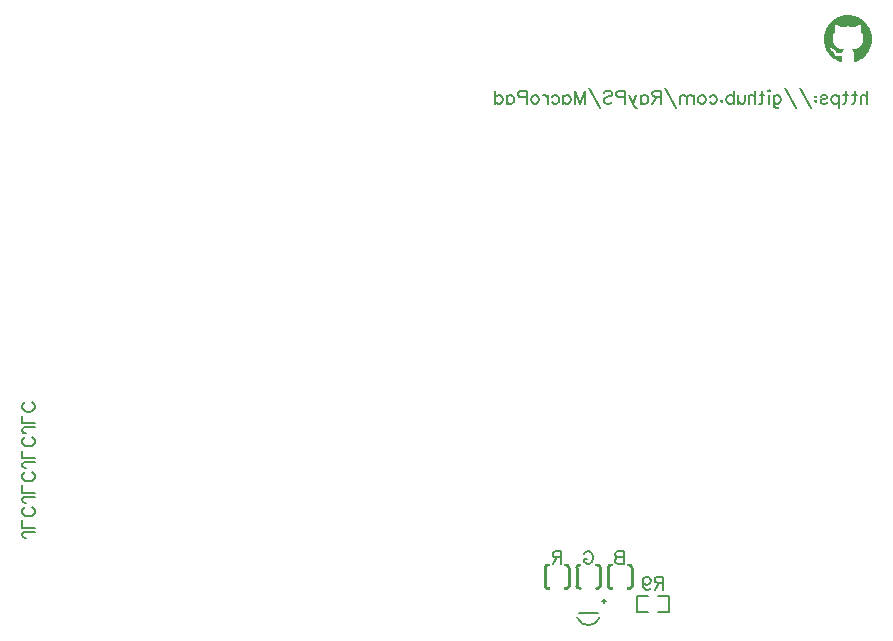
<source format=gbo>
G04 Layer: BottomSilkscreenLayer*
G04 EasyEDA v6.5.1, 2022-03-30 12:51:21*
G04 1b3168c556004a9db489dd156287313a,d03eed67808b488db07f83a96349b93e,10*
G04 Gerber Generator version 0.2*
G04 Scale: 100 percent, Rotated: No, Reflected: No *
G04 Dimensions in inches *
G04 leading zeros omitted , absolute positions ,3 integer and 6 decimal *
%FSLAX36Y36*%
%MOIN*%

%ADD10C,0.0100*%
%ADD39C,0.0060*%
%ADD40C,0.0060*%
%ADD42C,0.0079*%
%ADD43C,0.0059*%

%LPD*%
G36*
X2835000Y-616980D02*
G01*
X2830299Y-617100D01*
X2825659Y-617520D01*
X2821120Y-618180D01*
X2816660Y-619080D01*
X2812280Y-620240D01*
X2808020Y-621640D01*
X2803860Y-623260D01*
X2799820Y-625100D01*
X2795899Y-627160D01*
X2792100Y-629420D01*
X2788460Y-631880D01*
X2784960Y-634540D01*
X2781620Y-637380D01*
X2778420Y-640400D01*
X2775400Y-643580D01*
X2772559Y-646940D01*
X2769920Y-650440D01*
X2767460Y-654080D01*
X2765179Y-657860D01*
X2763120Y-661780D01*
X2761280Y-665819D01*
X2759660Y-669980D01*
X2758260Y-674260D01*
X2757120Y-678620D01*
X2756200Y-683080D01*
X2755539Y-687640D01*
X2755140Y-692280D01*
X2755000Y-696979D01*
X2755140Y-701760D01*
X2755560Y-706480D01*
X2756240Y-711120D01*
X2757180Y-715660D01*
X2758380Y-720100D01*
X2759820Y-724440D01*
X2761500Y-728640D01*
X2763420Y-732740D01*
X2765539Y-736720D01*
X2767880Y-740540D01*
X2770419Y-744220D01*
X2773159Y-747760D01*
X2776100Y-751120D01*
X2779220Y-754320D01*
X2782500Y-757340D01*
X2785960Y-760180D01*
X2789560Y-762820D01*
X2793320Y-765260D01*
X2797220Y-767500D01*
X2801259Y-769520D01*
X2805419Y-771320D01*
X2809700Y-772880D01*
X2812240Y-772880D01*
X2813960Y-772020D01*
X2814900Y-770660D01*
X2815200Y-769080D01*
X2815100Y-754180D01*
X2811500Y-754720D01*
X2808240Y-755020D01*
X2805299Y-755060D01*
X2802640Y-754900D01*
X2800280Y-754539D01*
X2798180Y-754020D01*
X2796320Y-753340D01*
X2794720Y-752540D01*
X2793320Y-751660D01*
X2792120Y-750699D01*
X2791100Y-749700D01*
X2790260Y-748660D01*
X2789000Y-746620D01*
X2787020Y-742300D01*
X2785040Y-738980D01*
X2782580Y-735720D01*
X2780000Y-733480D01*
X2778920Y-732820D01*
X2777860Y-732020D01*
X2776980Y-731160D01*
X2776380Y-730300D01*
X2776240Y-729500D01*
X2776700Y-728840D01*
X2777860Y-728360D01*
X2779900Y-728180D01*
X2782180Y-728400D01*
X2784260Y-729080D01*
X2786160Y-730100D01*
X2787840Y-731340D01*
X2789320Y-732700D01*
X2790539Y-734060D01*
X2794080Y-739080D01*
X2796100Y-741220D01*
X2798240Y-742800D01*
X2800419Y-743920D01*
X2802620Y-744640D01*
X2804820Y-745000D01*
X2806960Y-745060D01*
X2809020Y-744880D01*
X2810940Y-744539D01*
X2812679Y-744060D01*
X2815500Y-742980D01*
X2816259Y-739380D01*
X2817440Y-736420D01*
X2818940Y-734060D01*
X2820600Y-732280D01*
X2816780Y-731760D01*
X2812980Y-731060D01*
X2809240Y-730120D01*
X2805600Y-728920D01*
X2802100Y-727400D01*
X2798800Y-725520D01*
X2797240Y-724440D01*
X2795720Y-723240D01*
X2794280Y-721960D01*
X2792919Y-720540D01*
X2791640Y-719000D01*
X2790440Y-717340D01*
X2789320Y-715560D01*
X2788300Y-713640D01*
X2787380Y-711580D01*
X2786580Y-709360D01*
X2785860Y-707000D01*
X2785280Y-704500D01*
X2784820Y-701820D01*
X2784480Y-698980D01*
X2784280Y-695960D01*
X2784200Y-692780D01*
X2784340Y-689580D01*
X2784760Y-686540D01*
X2785440Y-683620D01*
X2786380Y-680860D01*
X2787559Y-678240D01*
X2788960Y-675780D01*
X2790580Y-673439D01*
X2792400Y-671280D01*
X2791560Y-668660D01*
X2791139Y-666580D01*
X2790860Y-664040D01*
X2790800Y-661080D01*
X2791100Y-657740D01*
X2791860Y-654060D01*
X2793200Y-650080D01*
X2793759Y-649960D01*
X2795500Y-649920D01*
X2796820Y-650020D01*
X2798460Y-650320D01*
X2800419Y-650800D01*
X2802700Y-651580D01*
X2805299Y-652640D01*
X2808260Y-654100D01*
X2811560Y-655939D01*
X2815200Y-658280D01*
X2817620Y-657640D01*
X2822540Y-656620D01*
X2827580Y-655960D01*
X2830100Y-655740D01*
X2835200Y-655580D01*
X2840299Y-655740D01*
X2845340Y-656240D01*
X2847860Y-656620D01*
X2852780Y-657640D01*
X2855200Y-658280D01*
X2858840Y-655920D01*
X2862140Y-654060D01*
X2865100Y-652600D01*
X2867700Y-651520D01*
X2869980Y-650759D01*
X2871940Y-650280D01*
X2873580Y-650000D01*
X2874900Y-649880D01*
X2876640Y-649960D01*
X2877200Y-650080D01*
X2878540Y-654060D01*
X2879300Y-657740D01*
X2879600Y-661080D01*
X2879540Y-664040D01*
X2879260Y-666580D01*
X2878840Y-668660D01*
X2878000Y-671280D01*
X2879820Y-673439D01*
X2881440Y-675759D01*
X2882840Y-678220D01*
X2884020Y-680819D01*
X2884960Y-683580D01*
X2885640Y-686480D01*
X2886060Y-689560D01*
X2886200Y-692780D01*
X2886120Y-695980D01*
X2885920Y-699000D01*
X2885580Y-701840D01*
X2885120Y-704520D01*
X2884520Y-707039D01*
X2883820Y-709400D01*
X2883000Y-711620D01*
X2882080Y-713680D01*
X2881060Y-715600D01*
X2879940Y-717400D01*
X2878740Y-719040D01*
X2877440Y-720580D01*
X2876060Y-722000D01*
X2873120Y-724479D01*
X2871540Y-725560D01*
X2869900Y-726540D01*
X2866500Y-728220D01*
X2862919Y-729580D01*
X2859220Y-730639D01*
X2855419Y-731440D01*
X2849700Y-732280D01*
X2850760Y-733319D01*
X2851760Y-734580D01*
X2852679Y-736080D01*
X2853480Y-737800D01*
X2854160Y-739760D01*
X2854660Y-741940D01*
X2854980Y-744380D01*
X2855100Y-747080D01*
X2855000Y-769080D01*
X2855299Y-770660D01*
X2856259Y-772060D01*
X2857960Y-772920D01*
X2860500Y-772880D01*
X2864760Y-771300D01*
X2868900Y-769520D01*
X2872900Y-767500D01*
X2876780Y-765260D01*
X2880539Y-762800D01*
X2884120Y-760160D01*
X2887559Y-757320D01*
X2890840Y-754300D01*
X2893940Y-751100D01*
X2896860Y-747720D01*
X2899600Y-744180D01*
X2902140Y-740500D01*
X2904480Y-736680D01*
X2906600Y-732700D01*
X2908500Y-728600D01*
X2910179Y-724380D01*
X2911620Y-720060D01*
X2912820Y-715620D01*
X2913759Y-711080D01*
X2914440Y-706460D01*
X2914860Y-701760D01*
X2915000Y-696979D01*
X2914860Y-692280D01*
X2914460Y-687640D01*
X2913800Y-683080D01*
X2912880Y-678620D01*
X2911740Y-674260D01*
X2910340Y-669980D01*
X2908720Y-665819D01*
X2906880Y-661780D01*
X2904820Y-657860D01*
X2902540Y-654080D01*
X2900080Y-650440D01*
X2897440Y-646940D01*
X2894600Y-643580D01*
X2891580Y-640400D01*
X2888380Y-637380D01*
X2885040Y-634540D01*
X2881540Y-631880D01*
X2877900Y-629420D01*
X2874100Y-627160D01*
X2870179Y-625100D01*
X2866139Y-623260D01*
X2861980Y-621640D01*
X2857720Y-620240D01*
X2853340Y-619080D01*
X2848880Y-618180D01*
X2844340Y-617520D01*
X2839700Y-617100D01*
G37*
D40*
X125408Y-2339544D02*
G01*
X92681Y-2339544D01*
X86545Y-2341590D01*
X84499Y-2343636D01*
X82454Y-2347727D01*
X82454Y-2351817D01*
X84499Y-2355909D01*
X86545Y-2357955D01*
X92681Y-2360000D01*
X96772Y-2360000D01*
X125408Y-2326044D02*
G01*
X82454Y-2326044D01*
X82454Y-2326044D02*
G01*
X82454Y-2301500D01*
X115181Y-2257318D02*
G01*
X119272Y-2259364D01*
X123364Y-2263454D01*
X125408Y-2267545D01*
X125408Y-2275727D01*
X123364Y-2279818D01*
X119272Y-2283908D01*
X115181Y-2285954D01*
X109045Y-2288000D01*
X98818Y-2288000D01*
X92681Y-2285954D01*
X88591Y-2283908D01*
X84499Y-2279818D01*
X82454Y-2275727D01*
X82454Y-2267545D01*
X84499Y-2263454D01*
X88591Y-2259364D01*
X92681Y-2257318D01*
X125408Y-2223364D02*
G01*
X92681Y-2223364D01*
X86545Y-2225408D01*
X84499Y-2227455D01*
X82454Y-2231545D01*
X82454Y-2235635D01*
X84499Y-2239726D01*
X86545Y-2241772D01*
X92681Y-2243818D01*
X96772Y-2243818D01*
X125408Y-2209863D02*
G01*
X82454Y-2209863D01*
X82454Y-2209863D02*
G01*
X82454Y-2185318D01*
X115181Y-2141136D02*
G01*
X119272Y-2143182D01*
X123364Y-2147273D01*
X125408Y-2151363D01*
X125408Y-2159544D01*
X123364Y-2163636D01*
X119272Y-2167727D01*
X115181Y-2169773D01*
X109045Y-2171817D01*
X98818Y-2171817D01*
X92681Y-2169773D01*
X88591Y-2167727D01*
X84499Y-2163636D01*
X82454Y-2159544D01*
X82454Y-2151363D01*
X84499Y-2147273D01*
X88591Y-2143182D01*
X92681Y-2141136D01*
X125408Y-2107181D02*
G01*
X92681Y-2107181D01*
X86545Y-2109227D01*
X84499Y-2111273D01*
X82454Y-2115363D01*
X82454Y-2119454D01*
X84499Y-2123544D01*
X86545Y-2125590D01*
X92681Y-2127636D01*
X96772Y-2127636D01*
X125408Y-2093681D02*
G01*
X82454Y-2093681D01*
X82454Y-2093681D02*
G01*
X82454Y-2069135D01*
X115181Y-2024955D02*
G01*
X119272Y-2026999D01*
X123364Y-2031091D01*
X125408Y-2035181D01*
X125408Y-2043364D01*
X123364Y-2047455D01*
X119272Y-2051545D01*
X115181Y-2053591D01*
X109045Y-2055635D01*
X98818Y-2055635D01*
X92681Y-2053591D01*
X88591Y-2051545D01*
X84499Y-2047455D01*
X82454Y-2043364D01*
X82454Y-2035181D01*
X84499Y-2031091D01*
X88591Y-2026999D01*
X92681Y-2024955D01*
X125408Y-1990999D02*
G01*
X92681Y-1990999D01*
X86545Y-1993045D01*
X84499Y-1995091D01*
X82454Y-1999182D01*
X82454Y-2003272D01*
X84499Y-2007363D01*
X86545Y-2009409D01*
X92681Y-2011455D01*
X96772Y-2011455D01*
X125408Y-1977500D02*
G01*
X82454Y-1977500D01*
X82454Y-1977500D02*
G01*
X82454Y-1952955D01*
X115181Y-1908773D02*
G01*
X119272Y-1910817D01*
X123364Y-1914908D01*
X125408Y-1919000D01*
X125408Y-1927181D01*
X123364Y-1931273D01*
X119272Y-1935363D01*
X115181Y-1937408D01*
X109045Y-1939454D01*
X98818Y-1939454D01*
X92681Y-1937408D01*
X88591Y-1935363D01*
X84499Y-1931273D01*
X82454Y-1927181D01*
X82454Y-1919000D01*
X84499Y-1914908D01*
X88591Y-1910817D01*
X92681Y-1908773D01*
D39*
X2900000Y-869600D02*
G01*
X2900000Y-912500D01*
X2900000Y-892100D02*
G01*
X2893900Y-885999D01*
X2889799Y-883899D01*
X2883599Y-883899D01*
X2879499Y-885999D01*
X2877500Y-892100D01*
X2877500Y-912500D01*
X2857899Y-869600D02*
G01*
X2857899Y-904400D01*
X2855799Y-910500D01*
X2851700Y-912500D01*
X2847600Y-912500D01*
X2863999Y-883899D02*
G01*
X2849700Y-883899D01*
X2828000Y-869600D02*
G01*
X2828000Y-904400D01*
X2826000Y-910500D01*
X2821899Y-912500D01*
X2817799Y-912500D01*
X2834099Y-883899D02*
G01*
X2819799Y-883899D01*
X2804300Y-883899D02*
G01*
X2804300Y-926900D01*
X2804300Y-890000D02*
G01*
X2800200Y-885999D01*
X2796099Y-883899D01*
X2790000Y-883899D01*
X2785900Y-885999D01*
X2781800Y-890000D01*
X2779700Y-896199D01*
X2779700Y-900300D01*
X2781800Y-906399D01*
X2785900Y-910500D01*
X2790000Y-912500D01*
X2796099Y-912500D01*
X2800200Y-910500D01*
X2804300Y-906399D01*
X2743699Y-890000D02*
G01*
X2745799Y-885999D01*
X2751899Y-883899D01*
X2758000Y-883899D01*
X2764200Y-885999D01*
X2766199Y-890000D01*
X2764200Y-894099D01*
X2760100Y-896199D01*
X2749899Y-898200D01*
X2745799Y-900300D01*
X2743699Y-904400D01*
X2743699Y-906399D01*
X2745799Y-910500D01*
X2751899Y-912500D01*
X2758000Y-912500D01*
X2764200Y-910500D01*
X2766199Y-906399D01*
X2728199Y-888000D02*
G01*
X2730200Y-890000D01*
X2728199Y-892100D01*
X2726099Y-890000D01*
X2728199Y-888000D01*
X2728199Y-902300D02*
G01*
X2730200Y-904400D01*
X2728199Y-906399D01*
X2726099Y-904400D01*
X2728199Y-902300D01*
X2675799Y-861399D02*
G01*
X2712600Y-926900D01*
X2625500Y-861399D02*
G01*
X2662299Y-926900D01*
X2587500Y-883899D02*
G01*
X2587500Y-916599D01*
X2589499Y-922800D01*
X2591499Y-924800D01*
X2595600Y-926900D01*
X2601800Y-926900D01*
X2605900Y-924800D01*
X2587500Y-890000D02*
G01*
X2591499Y-885999D01*
X2595600Y-883899D01*
X2601800Y-883899D01*
X2605900Y-885999D01*
X2610000Y-890000D01*
X2611999Y-896199D01*
X2611999Y-900300D01*
X2610000Y-906399D01*
X2605900Y-910500D01*
X2601800Y-912500D01*
X2595600Y-912500D01*
X2591499Y-910500D01*
X2587500Y-906399D01*
X2573999Y-869600D02*
G01*
X2571899Y-871599D01*
X2569899Y-869600D01*
X2571899Y-867500D01*
X2573999Y-869600D01*
X2571899Y-883899D02*
G01*
X2571899Y-912500D01*
X2550200Y-869600D02*
G01*
X2550200Y-904400D01*
X2548199Y-910500D01*
X2544099Y-912500D01*
X2540000Y-912500D01*
X2556400Y-883899D02*
G01*
X2541999Y-883899D01*
X2526499Y-869600D02*
G01*
X2526499Y-912500D01*
X2526499Y-892100D02*
G01*
X2520399Y-885999D01*
X2516300Y-883899D01*
X2510100Y-883899D01*
X2506000Y-885999D01*
X2503999Y-892100D01*
X2503999Y-912500D01*
X2490500Y-883899D02*
G01*
X2490500Y-904400D01*
X2488500Y-910500D01*
X2484399Y-912500D01*
X2478199Y-912500D01*
X2474099Y-910500D01*
X2468000Y-904400D01*
X2468000Y-883899D02*
G01*
X2468000Y-912500D01*
X2454499Y-869600D02*
G01*
X2454499Y-912500D01*
X2454499Y-890000D02*
G01*
X2450399Y-885999D01*
X2446300Y-883899D01*
X2440200Y-883899D01*
X2436099Y-885999D01*
X2431999Y-890000D01*
X2430000Y-896199D01*
X2430000Y-900300D01*
X2431999Y-906399D01*
X2436099Y-910500D01*
X2440200Y-912500D01*
X2446300Y-912500D01*
X2450399Y-910500D01*
X2454499Y-906399D01*
X2414399Y-902300D02*
G01*
X2416499Y-904400D01*
X2414399Y-906399D01*
X2412399Y-904400D01*
X2414399Y-902300D01*
X2374300Y-890000D02*
G01*
X2378400Y-885999D01*
X2382500Y-883899D01*
X2388599Y-883899D01*
X2392700Y-885999D01*
X2396800Y-890000D01*
X2398900Y-896199D01*
X2398900Y-900300D01*
X2396800Y-906399D01*
X2392700Y-910500D01*
X2388599Y-912500D01*
X2382500Y-912500D01*
X2378400Y-910500D01*
X2374300Y-906399D01*
X2350600Y-883899D02*
G01*
X2354700Y-885999D01*
X2358800Y-890000D01*
X2360799Y-896199D01*
X2360799Y-900300D01*
X2358800Y-906399D01*
X2354700Y-910500D01*
X2350600Y-912500D01*
X2344499Y-912500D01*
X2340399Y-910500D01*
X2336300Y-906399D01*
X2334200Y-900300D01*
X2334200Y-896199D01*
X2336300Y-890000D01*
X2340399Y-885999D01*
X2344499Y-883899D01*
X2350600Y-883899D01*
X2320699Y-883899D02*
G01*
X2320699Y-912500D01*
X2320699Y-892100D02*
G01*
X2314600Y-885999D01*
X2310500Y-883899D01*
X2304399Y-883899D01*
X2300299Y-885999D01*
X2298199Y-892100D01*
X2298199Y-912500D01*
X2298199Y-892100D02*
G01*
X2292100Y-885999D01*
X2288000Y-883899D01*
X2281899Y-883899D01*
X2277799Y-885999D01*
X2275699Y-892100D01*
X2275699Y-912500D01*
X2225399Y-861399D02*
G01*
X2262200Y-926900D01*
X2211899Y-869600D02*
G01*
X2211899Y-912500D01*
X2211899Y-869600D02*
G01*
X2193500Y-869600D01*
X2187399Y-871599D01*
X2185299Y-873699D01*
X2183299Y-877800D01*
X2183299Y-881900D01*
X2185299Y-885999D01*
X2187399Y-888000D01*
X2193500Y-890000D01*
X2211899Y-890000D01*
X2197600Y-890000D02*
G01*
X2183299Y-912500D01*
X2145200Y-883899D02*
G01*
X2145200Y-912500D01*
X2145200Y-890000D02*
G01*
X2149300Y-885999D01*
X2153400Y-883899D01*
X2159499Y-883899D01*
X2163599Y-885999D01*
X2167700Y-890000D01*
X2169799Y-896199D01*
X2169799Y-900300D01*
X2167700Y-906399D01*
X2163599Y-910500D01*
X2159499Y-912500D01*
X2153400Y-912500D01*
X2149300Y-910500D01*
X2145200Y-906399D01*
X2129700Y-883899D02*
G01*
X2117399Y-912500D01*
X2105100Y-883899D02*
G01*
X2117399Y-912500D01*
X2121499Y-920700D01*
X2125600Y-924800D01*
X2129700Y-926900D01*
X2131700Y-926900D01*
X2091599Y-869600D02*
G01*
X2091599Y-912500D01*
X2091599Y-869600D02*
G01*
X2073199Y-869600D01*
X2067100Y-871599D01*
X2065000Y-873699D01*
X2063000Y-877800D01*
X2063000Y-883899D01*
X2065000Y-888000D01*
X2067100Y-890000D01*
X2073199Y-892100D01*
X2091599Y-892100D01*
X2020900Y-875700D02*
G01*
X2025000Y-871599D01*
X2031099Y-869600D01*
X2039300Y-869600D01*
X2045399Y-871599D01*
X2049499Y-875700D01*
X2049499Y-879800D01*
X2047500Y-883899D01*
X2045399Y-885999D01*
X2041300Y-888000D01*
X2028999Y-892100D01*
X2025000Y-894099D01*
X2022899Y-896199D01*
X2020900Y-900300D01*
X2020900Y-906399D01*
X2025000Y-910500D01*
X2031099Y-912500D01*
X2039300Y-912500D01*
X2045399Y-910500D01*
X2049499Y-906399D01*
X1970500Y-861399D02*
G01*
X2007399Y-926900D01*
X1956999Y-869600D02*
G01*
X1956999Y-912500D01*
X1956999Y-869600D02*
G01*
X1940699Y-912500D01*
X1924300Y-869600D02*
G01*
X1940699Y-912500D01*
X1924300Y-869600D02*
G01*
X1924300Y-912500D01*
X1886300Y-883899D02*
G01*
X1886300Y-912500D01*
X1886300Y-890000D02*
G01*
X1890399Y-885999D01*
X1894499Y-883899D01*
X1900600Y-883899D01*
X1904700Y-885999D01*
X1908800Y-890000D01*
X1910799Y-896199D01*
X1910799Y-900300D01*
X1908800Y-906399D01*
X1904700Y-910500D01*
X1900600Y-912500D01*
X1894499Y-912500D01*
X1890399Y-910500D01*
X1886300Y-906399D01*
X1848199Y-890000D02*
G01*
X1852299Y-885999D01*
X1856400Y-883899D01*
X1862500Y-883899D01*
X1866599Y-885999D01*
X1870699Y-890000D01*
X1872799Y-896199D01*
X1872799Y-900300D01*
X1870699Y-906399D01*
X1866599Y-910500D01*
X1862500Y-912500D01*
X1856400Y-912500D01*
X1852299Y-910500D01*
X1848199Y-906399D01*
X1834700Y-883899D02*
G01*
X1834700Y-912500D01*
X1834700Y-896199D02*
G01*
X1832700Y-890000D01*
X1828599Y-885999D01*
X1824499Y-883899D01*
X1818400Y-883899D01*
X1794600Y-883899D02*
G01*
X1798699Y-885999D01*
X1802799Y-890000D01*
X1804899Y-896199D01*
X1804899Y-900300D01*
X1802799Y-906399D01*
X1798699Y-910500D01*
X1794600Y-912500D01*
X1788500Y-912500D01*
X1784399Y-910500D01*
X1780299Y-906399D01*
X1778299Y-900300D01*
X1778299Y-896199D01*
X1780299Y-890000D01*
X1784399Y-885999D01*
X1788500Y-883899D01*
X1794600Y-883899D01*
X1764799Y-869600D02*
G01*
X1764799Y-912500D01*
X1764799Y-869600D02*
G01*
X1746400Y-869600D01*
X1740200Y-871599D01*
X1738199Y-873699D01*
X1736099Y-877800D01*
X1736099Y-883899D01*
X1738199Y-888000D01*
X1740200Y-890000D01*
X1746400Y-892100D01*
X1764799Y-892100D01*
X1698100Y-883899D02*
G01*
X1698100Y-912500D01*
X1698100Y-890000D02*
G01*
X1702200Y-885999D01*
X1706300Y-883899D01*
X1712399Y-883899D01*
X1716499Y-885999D01*
X1720600Y-890000D01*
X1722600Y-896199D01*
X1722600Y-900300D01*
X1720600Y-906399D01*
X1716499Y-910500D01*
X1712399Y-912500D01*
X1706300Y-912500D01*
X1702200Y-910500D01*
X1698100Y-906399D01*
X1660000Y-869600D02*
G01*
X1660000Y-912500D01*
X1660000Y-890000D02*
G01*
X1664099Y-885999D01*
X1668199Y-883899D01*
X1674399Y-883899D01*
X1678500Y-885999D01*
X1682500Y-890000D01*
X1684600Y-896199D01*
X1684600Y-900300D01*
X1682500Y-906399D01*
X1678500Y-910500D01*
X1674399Y-912500D01*
X1668199Y-912500D01*
X1664099Y-910500D01*
X1660000Y-906399D01*
X2220000Y-2489600D02*
G01*
X2220000Y-2532500D01*
X2220000Y-2489600D02*
G01*
X2201599Y-2489600D01*
X2195500Y-2491599D01*
X2193400Y-2493699D01*
X2191400Y-2497800D01*
X2191400Y-2501900D01*
X2193400Y-2505999D01*
X2195500Y-2508000D01*
X2201599Y-2510000D01*
X2220000Y-2510000D01*
X2205699Y-2510000D02*
G01*
X2191400Y-2532500D01*
X2151300Y-2503899D02*
G01*
X2153299Y-2510000D01*
X2157399Y-2514099D01*
X2163500Y-2516199D01*
X2165600Y-2516199D01*
X2171700Y-2514099D01*
X2175799Y-2510000D01*
X2177899Y-2503899D01*
X2177899Y-2501900D01*
X2175799Y-2495700D01*
X2171700Y-2491599D01*
X2165600Y-2489600D01*
X2163500Y-2489600D01*
X2157399Y-2491599D01*
X2153299Y-2495700D01*
X2151300Y-2503899D01*
X2151300Y-2514099D01*
X2153299Y-2524400D01*
X2157399Y-2530500D01*
X2163500Y-2532500D01*
X2167600Y-2532500D01*
X2173800Y-2530500D01*
X2175799Y-2526399D01*
X2086999Y-2404591D02*
G01*
X2086999Y-2447545D01*
X2086999Y-2404591D02*
G01*
X2068590Y-2404591D01*
X2062455Y-2406635D01*
X2060408Y-2408681D01*
X2058364Y-2412773D01*
X2058364Y-2416864D01*
X2060408Y-2420954D01*
X2062455Y-2423000D01*
X2068590Y-2425045D01*
X2086999Y-2425045D02*
G01*
X2068590Y-2425045D01*
X2062455Y-2427091D01*
X2060408Y-2429135D01*
X2058364Y-2433227D01*
X2058364Y-2439364D01*
X2060408Y-2443454D01*
X2062455Y-2445500D01*
X2068590Y-2447545D01*
X2086999Y-2447545D01*
X1954318Y-2414818D02*
G01*
X1956364Y-2410727D01*
X1960455Y-2406635D01*
X1964544Y-2404591D01*
X1972727Y-2404591D01*
X1976818Y-2406635D01*
X1980909Y-2410727D01*
X1982955Y-2414818D01*
X1985000Y-2420954D01*
X1985000Y-2431181D01*
X1982955Y-2437318D01*
X1980909Y-2441408D01*
X1976818Y-2445500D01*
X1972727Y-2447545D01*
X1964544Y-2447545D01*
X1960455Y-2445500D01*
X1956364Y-2441408D01*
X1954318Y-2437318D01*
X1954318Y-2431181D01*
X1964544Y-2431181D02*
G01*
X1954318Y-2431181D01*
X1879499Y-2404591D02*
G01*
X1879499Y-2447545D01*
X1879499Y-2404591D02*
G01*
X1861090Y-2404591D01*
X1854955Y-2406635D01*
X1852908Y-2408681D01*
X1850864Y-2412773D01*
X1850864Y-2416864D01*
X1852908Y-2420954D01*
X1854955Y-2423000D01*
X1861090Y-2425045D01*
X1879499Y-2425045D01*
X1865182Y-2425045D02*
G01*
X1850864Y-2447545D01*
X2201779Y-2553991D02*
G01*
X2239530Y-2553991D01*
X2239530Y-2606008D01*
X2201779Y-2606008D01*
X2168220Y-2553991D02*
G01*
X2130469Y-2553991D01*
X2130469Y-2606008D01*
X2168220Y-2606008D01*
D42*
X2001494Y-2612179D02*
G01*
X1938500Y-2612179D01*
D43*
X2027097Y-2570381D02*
G01*
X2015196Y-2570381D01*
X2021198Y-2576282D02*
G01*
X2021198Y-2564484D01*
D10*
X2113999Y-2520999D02*
G01*
X2113999Y-2459000D01*
X2036000Y-2459000D02*
G01*
X2036000Y-2520999D01*
X2008999Y-2520999D02*
G01*
X2008999Y-2459000D01*
X1931000Y-2459000D02*
G01*
X1931000Y-2520999D01*
X1903999Y-2520999D02*
G01*
X1903999Y-2459000D01*
X1826000Y-2459000D02*
G01*
X1826000Y-2520999D01*
D42*
G75*
G01*
X2006877Y-2626007D02*
G02*
X1933118Y-2626007I-36879J13780D01*
D10*
G75*
G01*
X2035630Y-2521496D02*
G03*
X2047441Y-2529370I9842J1968D01*
G75*
G01*
X2047441Y-2450630D02*
G03*
X2035630Y-2458504I-1969J-9842D01*
G75*
G01*
X2102559Y-2450630D02*
G02*
X2114370Y-2458504I1969J-9842D01*
G75*
G01*
X2114370Y-2521496D02*
G02*
X2102559Y-2529370I-9842J1968D01*
G75*
G01*
X1930630Y-2521496D02*
G03*
X1942441Y-2529370I9842J1968D01*
G75*
G01*
X1942441Y-2450630D02*
G03*
X1930630Y-2458504I-1969J-9842D01*
G75*
G01*
X1997559Y-2450630D02*
G02*
X2009370Y-2458504I1969J-9842D01*
G75*
G01*
X2009370Y-2521496D02*
G02*
X1997559Y-2529370I-9842J1968D01*
G75*
G01*
X1825630Y-2521496D02*
G03*
X1837441Y-2529370I9842J1968D01*
G75*
G01*
X1837441Y-2450630D02*
G03*
X1825630Y-2458504I-1969J-9842D01*
G75*
G01*
X1892559Y-2450630D02*
G02*
X1904370Y-2458504I1969J-9842D01*
G75*
G01*
X1904370Y-2521496D02*
G02*
X1892559Y-2529370I-9842J1968D01*
M02*

</source>
